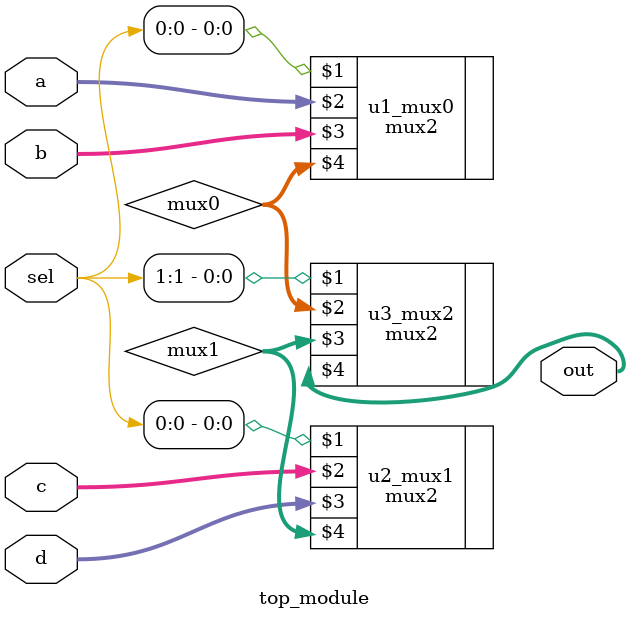
<source format=sv>
module top_module (
    input logic [1:0] sel,
    input logic [7:0] a,
    input logic [7:0] b,
    input logic [7:0] c,
    input logic [7:0] d,
    output logic [7:0] out  
    ); //

    var logic [7:0] mux0, mux1;
    mux2 u1_mux0 ( sel[0],    a,    b, mux0 );
    mux2 u2_mux1 ( sel[0],    c,    d, mux1 );
    mux2 u3_mux2 ( sel[1], mux0, mux1,  out );

endmodule

</source>
